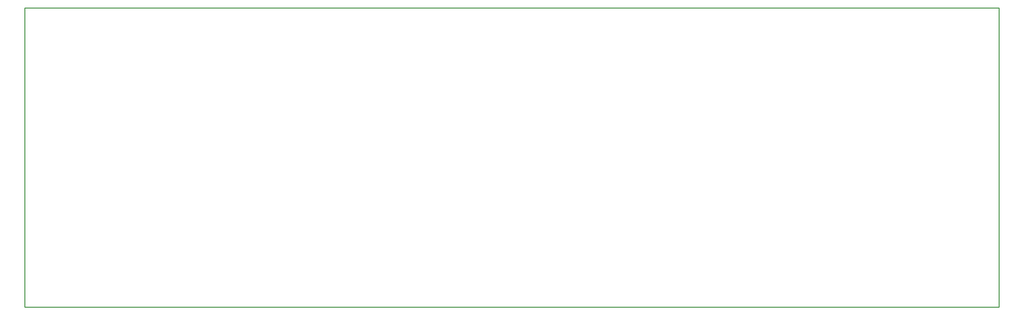
<source format=gko>
G04 ---------------------------- Layer name :KeepOutLayer*
G04 EasyEDA v5.8.20, Sun, 02 Dec 2018 16:16:23 GMT*
G04 d22fb70d7412471b8286d7b1cf1715de*
G04 Gerber Generator version 0.2*
G04 Scale: 100 percent, Rotated: No, Reflected: No *
G04 Dimensions in millimeters *
G04 leading zeros omitted , absolute positions ,3 integer and 3 decimal *
%FSLAX33Y33*%
%MOMM*%
G90*
G71D02*

%ADD10C,0.254000*%
G54D10*
G01X0Y80009D02*
G01X260349Y80009D01*
G01X260349Y0D01*
G01X0Y0D01*
G01X0Y80009D01*

%LPD*%
M00*
M02*

</source>
